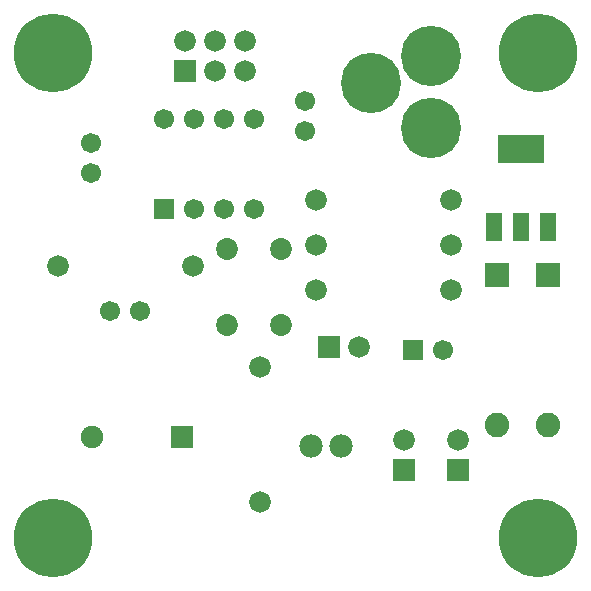
<source format=gts>
G04 (created by PCBNEW (2013-07-07 BZR 4022)-stable) date 11/7/2014 12:54:37 PM*
%MOIN*%
G04 Gerber Fmt 3.4, Leading zero omitted, Abs format*
%FSLAX34Y34*%
G01*
G70*
G90*
G04 APERTURE LIST*
%ADD10C,0.00590551*%
%ADD11R,0.156X0.092*%
%ADD12R,0.052X0.092*%
%ADD13R,0.067X0.067*%
%ADD14C,0.067*%
%ADD15C,0.262*%
%ADD16C,0.201*%
%ADD17C,0.073*%
%ADD18C,0.072*%
%ADD19R,0.072X0.072*%
%ADD20C,0.082*%
%ADD21R,0.082X0.082*%
%ADD22R,0.0749921X0.0749921*%
%ADD23C,0.0749921*%
%ADD24C,0.078*%
G04 APERTURE END LIST*
G54D10*
G54D11*
X21100Y-8700D03*
G54D12*
X21100Y-11300D03*
X22000Y-11300D03*
X20200Y-11300D03*
G54D13*
X9200Y-10700D03*
G54D14*
X10200Y-10700D03*
X11200Y-10700D03*
X12200Y-10700D03*
X12200Y-7700D03*
X11200Y-7700D03*
X10200Y-7700D03*
X9200Y-7700D03*
G54D15*
X5511Y-21653D03*
X21653Y-21653D03*
X21653Y-5511D03*
X5511Y-5511D03*
G54D14*
X8400Y-14100D03*
X7400Y-14100D03*
X13900Y-8100D03*
X13900Y-7100D03*
X6750Y-8500D03*
X6750Y-9500D03*
G54D16*
X18100Y-5600D03*
X18100Y-8000D03*
X16100Y-6500D03*
G54D17*
X11314Y-14580D03*
X13086Y-14580D03*
X11314Y-12020D03*
X13086Y-12020D03*
G54D18*
X18750Y-10400D03*
X14250Y-10400D03*
X14250Y-11900D03*
X18750Y-11900D03*
X14250Y-13400D03*
X18750Y-13400D03*
G54D19*
X17200Y-19400D03*
G54D18*
X17200Y-18400D03*
G54D19*
X19000Y-19400D03*
G54D18*
X19000Y-18400D03*
G54D19*
X14700Y-15300D03*
G54D18*
X15700Y-15300D03*
G54D20*
X22000Y-17900D03*
G54D21*
X22000Y-12900D03*
G54D20*
X20300Y-17900D03*
G54D21*
X20300Y-12900D03*
G54D19*
X9900Y-6100D03*
G54D18*
X9900Y-5100D03*
X10900Y-6100D03*
X10900Y-5100D03*
X11900Y-6100D03*
X11900Y-5100D03*
G54D13*
X17500Y-15400D03*
G54D14*
X18500Y-15400D03*
G54D18*
X5650Y-12600D03*
X10150Y-12600D03*
G54D22*
X9796Y-18300D03*
G54D23*
X6803Y-18300D03*
G54D18*
X12400Y-15950D03*
X12400Y-20450D03*
G54D24*
X14100Y-18600D03*
X15100Y-18600D03*
M02*

</source>
